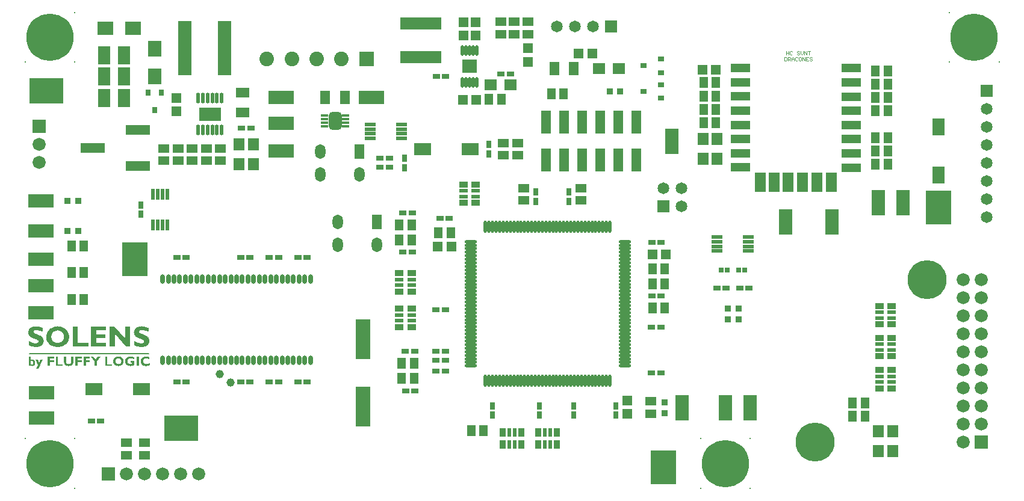
<source format=gts>
G04 Layer_Color=8388736*
%FSLAX25Y25*%
%MOIN*%
G70*
G01*
G75*
%ADD60C,0.00800*%
%ADD94C,0.00400*%
%ADD95R,0.06112X0.04931*%
%ADD96R,0.04931X0.06112*%
%ADD97R,0.04931X0.03356*%
%ADD98R,0.04931X0.02372*%
%ADD99O,0.02293X0.05915*%
%ADD100R,0.12214X0.07529*%
%ADD101R,0.02962X0.03750*%
%ADD102R,0.03750X0.02962*%
%ADD103R,0.07687X0.09065*%
%ADD104R,0.09065X0.07687*%
%ADD105O,0.07096X0.01761*%
%ADD106O,0.01761X0.07096*%
%ADD107R,0.08002X0.07214*%
%ADD108O,0.01742X0.05915*%
%ADD109O,0.02765X0.05324*%
%ADD110R,0.06112X0.02293*%
%ADD111R,0.02293X0.06112*%
%ADD112R,0.05600X0.12600*%
%ADD113R,0.03356X0.04931*%
%ADD114R,0.02372X0.04931*%
%ADD115R,0.07650X0.30100*%
%ADD116R,0.23000X0.06900*%
%ADD117R,0.13592X0.05285*%
%ADD118R,0.07687X0.13986*%
%ADD119R,0.13986X0.07687*%
%ADD120R,0.19104X0.13986*%
%ADD121R,0.13986X0.19104*%
%ADD122R,0.07490X0.05521*%
%ADD123R,0.05521X0.07490*%
%ADD124R,0.02962X0.02765*%
%ADD125R,0.03750X0.03750*%
%ADD126R,0.03750X0.03750*%
%ADD127R,0.06506X0.10049*%
%ADD128R,0.06112X0.06506*%
%ADD129R,0.06506X0.06112*%
%ADD130R,0.05324X0.05324*%
%ADD131R,0.05324X0.05324*%
%ADD132R,0.04143X0.03159*%
%ADD133R,0.03159X0.04143*%
%ADD134C,0.04537*%
%ADD135R,0.10600X0.05100*%
%ADD136R,0.06100X0.10600*%
%ADD137R,0.09655X0.06506*%
%ADD138R,0.06506X0.09655*%
%ADD139R,0.05718X0.08080*%
%ADD140O,0.05718X0.08080*%
%ADD141R,0.04143X0.01584*%
G04:AMPARAMS|DCode=142|XSize=99.7mil|YSize=70.96mil|CornerRadius=19.24mil|HoleSize=0mil|Usage=FLASHONLY|Rotation=270.000|XOffset=0mil|YOffset=0mil|HoleType=Round|Shape=RoundedRectangle|*
%AMROUNDEDRECTD142*
21,1,0.09970,0.03248,0,0,270.0*
21,1,0.06122,0.07096,0,0,270.0*
1,1,0.03848,-0.01624,-0.03061*
1,1,0.03848,-0.01624,0.03061*
1,1,0.03848,0.01624,0.03061*
1,1,0.03848,0.01624,-0.03061*
%
%ADD142ROUNDEDRECTD142*%
%ADD143R,0.08474X0.22253*%
%ADD144C,0.26191*%
%ADD145C,0.07200*%
%ADD146R,0.07200X0.07200*%
%ADD147R,0.07200X0.07200*%
%ADD148R,0.06506X0.06506*%
%ADD149C,0.06506*%
%ADD150R,0.06506X0.06506*%
%ADD151C,0.08080*%
%ADD152R,0.08080X0.08080*%
%ADD153C,0.21600*%
%ADD154C,0.00724*%
G36*
X70772Y95759D02*
X70931D01*
X71124Y95724D01*
X71353Y95706D01*
X71599Y95671D01*
X71863Y95618D01*
X72162Y95566D01*
X72479Y95495D01*
X72795Y95407D01*
X73147Y95319D01*
X73499Y95196D01*
X73868Y95073D01*
X74238Y94915D01*
Y92751D01*
X74220Y92769D01*
X74132Y92787D01*
X74027Y92839D01*
X73868Y92910D01*
X73675Y92980D01*
X73464Y93068D01*
X73217Y93156D01*
X72954Y93244D01*
X72391Y93420D01*
X71810Y93578D01*
X71230Y93701D01*
X70948Y93719D01*
X70702Y93736D01*
X70579D01*
X70438Y93719D01*
X70262Y93701D01*
X70086Y93666D01*
X69875Y93631D01*
X69682Y93560D01*
X69506Y93472D01*
X69488Y93455D01*
X69436Y93420D01*
X69365Y93367D01*
X69295Y93297D01*
X69207Y93209D01*
X69137Y93085D01*
X69084Y92962D01*
X69066Y92804D01*
Y92787D01*
Y92751D01*
X69084Y92681D01*
X69101Y92593D01*
X69137Y92505D01*
X69207Y92400D01*
X69277Y92276D01*
X69383Y92171D01*
X69401Y92153D01*
X69453Y92118D01*
X69541Y92065D01*
X69700Y91977D01*
X69893Y91872D01*
X70034Y91801D01*
X70174Y91749D01*
X70333Y91678D01*
X70509Y91590D01*
X70720Y91520D01*
X70931Y91432D01*
X70948D01*
X70984Y91414D01*
X71054Y91379D01*
X71142Y91362D01*
X71247Y91309D01*
X71371Y91274D01*
X71652Y91151D01*
X71969Y91027D01*
X72303Y90887D01*
X72619Y90728D01*
X72918Y90588D01*
X72954Y90570D01*
X73042Y90517D01*
X73182Y90429D01*
X73358Y90306D01*
X73552Y90148D01*
X73780Y89955D01*
X73991Y89743D01*
X74203Y89480D01*
X74220Y89444D01*
X74291Y89356D01*
X74378Y89198D01*
X74484Y88987D01*
X74572Y88741D01*
X74660Y88424D01*
X74730Y88072D01*
X74748Y87685D01*
Y87668D01*
Y87615D01*
Y87527D01*
X74730Y87422D01*
X74713Y87298D01*
X74677Y87140D01*
X74607Y86788D01*
X74449Y86384D01*
X74361Y86190D01*
X74238Y85979D01*
X74115Y85768D01*
X73939Y85575D01*
X73763Y85381D01*
X73552Y85205D01*
X73534Y85188D01*
X73499Y85170D01*
X73429Y85117D01*
X73341Y85065D01*
X73217Y84994D01*
X73077Y84924D01*
X72918Y84836D01*
X72725Y84748D01*
X72514Y84660D01*
X72285Y84572D01*
X72021Y84502D01*
X71758Y84431D01*
X71459Y84378D01*
X71142Y84326D01*
X70808Y84308D01*
X70456Y84290D01*
X70245D01*
X70104Y84308D01*
X69911Y84326D01*
X69700Y84343D01*
X69436Y84378D01*
X69172Y84431D01*
X68873Y84484D01*
X68556Y84554D01*
X68222Y84642D01*
X67870Y84748D01*
X67518Y84871D01*
X67149Y85012D01*
X66797Y85170D01*
X66428Y85364D01*
Y87756D01*
X66445D01*
X66480Y87721D01*
X66533Y87685D01*
X66621Y87633D01*
X66709Y87562D01*
X66832Y87492D01*
X67096Y87334D01*
X67395Y87158D01*
X67729Y86982D01*
X68064Y86806D01*
X68398Y86665D01*
X68415D01*
X68433Y86648D01*
X68486Y86630D01*
X68556Y86612D01*
X68714Y86560D01*
X68943Y86507D01*
X69225Y86436D01*
X69541Y86384D01*
X69875Y86349D01*
X70227Y86331D01*
X70385D01*
X70491Y86349D01*
X70614Y86366D01*
X70755Y86384D01*
X71054Y86454D01*
X71353Y86577D01*
X71494Y86665D01*
X71617Y86771D01*
X71722Y86894D01*
X71810Y87035D01*
X71863Y87193D01*
X71881Y87369D01*
Y87386D01*
Y87422D01*
X71863Y87492D01*
X71846Y87580D01*
X71793Y87685D01*
X71740Y87791D01*
X71652Y87914D01*
X71546Y88020D01*
X71529Y88037D01*
X71476Y88072D01*
X71371Y88143D01*
X71230Y88231D01*
X71019Y88354D01*
X70878Y88407D01*
X70737Y88477D01*
X70579Y88547D01*
X70385Y88635D01*
X70192Y88706D01*
X69963Y88794D01*
X69946D01*
X69911Y88811D01*
X69840Y88846D01*
X69752Y88864D01*
X69647Y88917D01*
X69524Y88952D01*
X69242Y89075D01*
X68925Y89198D01*
X68591Y89339D01*
X68275Y89497D01*
X67976Y89638D01*
X67940Y89656D01*
X67852Y89708D01*
X67712Y89796D01*
X67554Y89919D01*
X67360Y90078D01*
X67149Y90254D01*
X66938Y90482D01*
X66727Y90728D01*
X66709Y90764D01*
X66639Y90852D01*
X66568Y91010D01*
X66463Y91221D01*
X66375Y91485D01*
X66287Y91801D01*
X66217Y92153D01*
X66199Y92558D01*
Y92575D01*
Y92628D01*
Y92699D01*
X66217Y92804D01*
X66234Y92927D01*
X66252Y93068D01*
X66340Y93385D01*
X66480Y93754D01*
X66568Y93947D01*
X66674Y94141D01*
X66815Y94334D01*
X66973Y94528D01*
X67149Y94704D01*
X67342Y94880D01*
X67360Y94897D01*
X67395Y94915D01*
X67466Y94968D01*
X67554Y95020D01*
X67677Y95091D01*
X67817Y95161D01*
X67976Y95249D01*
X68169Y95337D01*
X68380Y95407D01*
X68609Y95495D01*
X68873Y95566D01*
X69154Y95636D01*
X69436Y95689D01*
X69770Y95742D01*
X70104Y95759D01*
X70456Y95777D01*
X70632D01*
X70772Y95759D01*
D02*
G37*
G36*
X12251D02*
X12409D01*
X12602Y95724D01*
X12831Y95706D01*
X13077Y95671D01*
X13341Y95618D01*
X13640Y95566D01*
X13957Y95495D01*
X14273Y95407D01*
X14625Y95319D01*
X14977Y95196D01*
X15346Y95073D01*
X15716Y94915D01*
Y92751D01*
X15698Y92769D01*
X15610Y92787D01*
X15505Y92839D01*
X15346Y92910D01*
X15153Y92980D01*
X14942Y93068D01*
X14696Y93156D01*
X14432Y93244D01*
X13869Y93420D01*
X13288Y93578D01*
X12708Y93701D01*
X12426Y93719D01*
X12180Y93736D01*
X12057D01*
X11916Y93719D01*
X11740Y93701D01*
X11564Y93666D01*
X11354Y93631D01*
X11160Y93560D01*
X10984Y93472D01*
X10966Y93455D01*
X10914Y93420D01*
X10843Y93367D01*
X10773Y93297D01*
X10685Y93209D01*
X10615Y93085D01*
X10562Y92962D01*
X10544Y92804D01*
Y92787D01*
Y92751D01*
X10562Y92681D01*
X10580Y92593D01*
X10615Y92505D01*
X10685Y92400D01*
X10755Y92276D01*
X10861Y92171D01*
X10879Y92153D01*
X10931Y92118D01*
X11019Y92065D01*
X11178Y91977D01*
X11371Y91872D01*
X11512Y91801D01*
X11653Y91749D01*
X11811Y91678D01*
X11987Y91590D01*
X12198Y91520D01*
X12409Y91432D01*
X12426D01*
X12462Y91414D01*
X12532Y91379D01*
X12620Y91362D01*
X12725Y91309D01*
X12849Y91274D01*
X13130Y91151D01*
X13447Y91027D01*
X13781Y90887D01*
X14097Y90728D01*
X14397Y90588D01*
X14432Y90570D01*
X14520Y90517D01*
X14660Y90429D01*
X14836Y90306D01*
X15030Y90148D01*
X15258Y89955D01*
X15470Y89743D01*
X15681Y89480D01*
X15698Y89444D01*
X15768Y89356D01*
X15856Y89198D01*
X15962Y88987D01*
X16050Y88741D01*
X16138Y88424D01*
X16208Y88072D01*
X16226Y87685D01*
Y87668D01*
Y87615D01*
Y87527D01*
X16208Y87422D01*
X16191Y87298D01*
X16156Y87140D01*
X16085Y86788D01*
X15927Y86384D01*
X15839Y86190D01*
X15716Y85979D01*
X15593Y85768D01*
X15417Y85575D01*
X15241Y85381D01*
X15030Y85205D01*
X15012Y85188D01*
X14977Y85170D01*
X14907Y85117D01*
X14819Y85065D01*
X14696Y84994D01*
X14555Y84924D01*
X14397Y84836D01*
X14203Y84748D01*
X13992Y84660D01*
X13763Y84572D01*
X13499Y84502D01*
X13236Y84431D01*
X12937Y84378D01*
X12620Y84326D01*
X12286Y84308D01*
X11934Y84290D01*
X11723D01*
X11582Y84308D01*
X11389Y84326D01*
X11178Y84343D01*
X10914Y84378D01*
X10650Y84431D01*
X10351Y84484D01*
X10034Y84554D01*
X9700Y84642D01*
X9348Y84748D01*
X8996Y84871D01*
X8627Y85012D01*
X8275Y85170D01*
X7906Y85364D01*
Y87756D01*
X7923D01*
X7959Y87721D01*
X8011Y87685D01*
X8099Y87633D01*
X8187Y87562D01*
X8310Y87492D01*
X8574Y87334D01*
X8873Y87158D01*
X9207Y86982D01*
X9542Y86806D01*
X9876Y86665D01*
X9894D01*
X9911Y86648D01*
X9964Y86630D01*
X10034Y86612D01*
X10193Y86560D01*
X10421Y86507D01*
X10703Y86436D01*
X11019Y86384D01*
X11354Y86349D01*
X11705Y86331D01*
X11864D01*
X11969Y86349D01*
X12092Y86366D01*
X12233Y86384D01*
X12532Y86454D01*
X12831Y86577D01*
X12972Y86665D01*
X13095Y86771D01*
X13200Y86894D01*
X13288Y87035D01*
X13341Y87193D01*
X13359Y87369D01*
Y87386D01*
Y87422D01*
X13341Y87492D01*
X13323Y87580D01*
X13271Y87685D01*
X13218Y87791D01*
X13130Y87914D01*
X13025Y88020D01*
X13007Y88037D01*
X12954Y88072D01*
X12849Y88143D01*
X12708Y88231D01*
X12497Y88354D01*
X12356Y88407D01*
X12215Y88477D01*
X12057Y88547D01*
X11864Y88635D01*
X11670Y88706D01*
X11441Y88794D01*
X11424D01*
X11389Y88811D01*
X11318Y88846D01*
X11230Y88864D01*
X11125Y88917D01*
X11002Y88952D01*
X10720Y89075D01*
X10404Y89198D01*
X10069Y89339D01*
X9753Y89497D01*
X9454Y89638D01*
X9419Y89656D01*
X9331Y89708D01*
X9190Y89796D01*
X9032Y89919D01*
X8838Y90078D01*
X8627Y90254D01*
X8416Y90482D01*
X8205Y90728D01*
X8187Y90764D01*
X8117Y90852D01*
X8046Y91010D01*
X7941Y91221D01*
X7853Y91485D01*
X7765Y91801D01*
X7695Y92153D01*
X7677Y92558D01*
Y92575D01*
Y92628D01*
Y92699D01*
X7695Y92804D01*
X7712Y92927D01*
X7730Y93068D01*
X7818Y93385D01*
X7959Y93754D01*
X8046Y93947D01*
X8152Y94141D01*
X8293Y94334D01*
X8451Y94528D01*
X8627Y94704D01*
X8821Y94880D01*
X8838Y94897D01*
X8873Y94915D01*
X8944Y94968D01*
X9032Y95020D01*
X9155Y95091D01*
X9295Y95161D01*
X9454Y95249D01*
X9647Y95337D01*
X9858Y95407D01*
X10087Y95495D01*
X10351Y95566D01*
X10632Y95636D01*
X10914Y95689D01*
X11248Y95742D01*
X11582Y95759D01*
X11934Y95777D01*
X12110D01*
X12251Y95759D01*
D02*
G37*
G36*
X64159Y84449D02*
X61819D01*
X55645Y91590D01*
Y84449D01*
X52866D01*
Y95618D01*
X55399D01*
X61379Y88776D01*
Y95618D01*
X64159D01*
Y84449D01*
D02*
G37*
G36*
X50597Y93578D02*
X45249D01*
Y91221D01*
X50350D01*
Y89180D01*
X45249D01*
Y86489D01*
X50702D01*
Y84449D01*
X42470D01*
Y95618D01*
X50597D01*
Y93578D01*
D02*
G37*
G36*
X35170Y86489D02*
X40905D01*
Y84449D01*
X32391D01*
Y95618D01*
X35170D01*
Y86489D01*
D02*
G37*
G36*
X24229Y95759D02*
X24423Y95742D01*
X24669Y95724D01*
X24950Y95689D01*
X25267Y95636D01*
X25601Y95566D01*
X25971Y95460D01*
X26340Y95355D01*
X26727Y95214D01*
X27114Y95038D01*
X27501Y94845D01*
X27871Y94616D01*
X28240Y94334D01*
X28574Y94035D01*
X28592Y94018D01*
X28644Y93965D01*
X28732Y93859D01*
X28855Y93736D01*
X28979Y93560D01*
X29137Y93367D01*
X29295Y93138D01*
X29471Y92892D01*
X29629Y92611D01*
X29788Y92294D01*
X29946Y91977D01*
X30069Y91625D01*
X30192Y91239D01*
X30280Y90852D01*
X30333Y90447D01*
X30351Y90025D01*
Y90007D01*
Y89919D01*
X30333Y89796D01*
X30316Y89638D01*
X30298Y89427D01*
X30263Y89198D01*
X30192Y88934D01*
X30122Y88653D01*
X30034Y88336D01*
X29911Y88020D01*
X29770Y87685D01*
X29594Y87351D01*
X29383Y86999D01*
X29155Y86665D01*
X28873Y86331D01*
X28556Y85997D01*
X28539Y85979D01*
X28468Y85926D01*
X28381Y85838D01*
X28240Y85733D01*
X28046Y85610D01*
X27835Y85452D01*
X27589Y85311D01*
X27308Y85152D01*
X26991Y84977D01*
X26639Y84836D01*
X26270Y84695D01*
X25848Y84554D01*
X25425Y84449D01*
X24950Y84361D01*
X24458Y84308D01*
X23948Y84290D01*
X23825D01*
X23684Y84308D01*
X23473Y84326D01*
X23244Y84343D01*
X22963Y84378D01*
X22646Y84431D01*
X22312Y84502D01*
X21960Y84589D01*
X21573Y84695D01*
X21204Y84836D01*
X20817Y85012D01*
X20430Y85205D01*
X20043Y85416D01*
X19691Y85680D01*
X19339Y85979D01*
X19322Y85997D01*
X19269Y86049D01*
X19181Y86155D01*
X19058Y86278D01*
X18935Y86454D01*
X18776Y86648D01*
X18618Y86876D01*
X18460Y87122D01*
X18284Y87404D01*
X18126Y87721D01*
X17967Y88055D01*
X17844Y88407D01*
X17721Y88776D01*
X17633Y89180D01*
X17580Y89603D01*
X17563Y90025D01*
Y90060D01*
Y90130D01*
X17580Y90254D01*
X17598Y90412D01*
X17616Y90605D01*
X17651Y90852D01*
X17704Y91115D01*
X17791Y91397D01*
X17879Y91696D01*
X17985Y92030D01*
X18143Y92347D01*
X18302Y92699D01*
X18513Y93050D01*
X18741Y93385D01*
X19005Y93719D01*
X19322Y94053D01*
X19339Y94071D01*
X19410Y94123D01*
X19498Y94211D01*
X19638Y94317D01*
X19814Y94458D01*
X20043Y94598D01*
X20289Y94757D01*
X20571Y94915D01*
X20887Y95073D01*
X21239Y95231D01*
X21608Y95372D01*
X22031Y95513D01*
X22470Y95618D01*
X22928Y95706D01*
X23420Y95759D01*
X23948Y95777D01*
X24071D01*
X24229Y95759D01*
D02*
G37*
G36*
X64536Y79021D02*
X64634Y79013D01*
X64747Y79005D01*
X64876Y78996D01*
X65022Y78972D01*
X65175Y78956D01*
X65337Y78924D01*
X65677Y78851D01*
X65855Y78802D01*
X66025Y78746D01*
X66203Y78673D01*
X66373Y78600D01*
Y77484D01*
X66365Y77492D01*
X66332Y77508D01*
X66276Y77524D01*
X66203Y77557D01*
X66114Y77597D01*
X66009Y77637D01*
X65895Y77678D01*
X65766Y77726D01*
X65620Y77767D01*
X65467Y77807D01*
X65143Y77888D01*
X64973Y77921D01*
X64803Y77937D01*
X64625Y77953D01*
X64447Y77961D01*
X64358D01*
X64302Y77953D01*
X64221Y77945D01*
X64132Y77937D01*
X64035Y77921D01*
X63938Y77904D01*
X63711Y77848D01*
X63598Y77815D01*
X63477Y77767D01*
X63363Y77710D01*
X63258Y77654D01*
X63153Y77581D01*
X63056Y77500D01*
X63048Y77492D01*
X63032Y77476D01*
X63007Y77451D01*
X62983Y77419D01*
X62943Y77370D01*
X62902Y77314D01*
X62862Y77257D01*
X62813Y77184D01*
X62765Y77103D01*
X62724Y77014D01*
X62643Y76812D01*
X62619Y76707D01*
X62595Y76586D01*
X62579Y76464D01*
X62571Y76335D01*
Y76327D01*
Y76302D01*
Y76270D01*
X62579Y76222D01*
X62587Y76165D01*
X62595Y76100D01*
X62635Y75947D01*
X62692Y75769D01*
X62732Y75680D01*
X62773Y75582D01*
X62829Y75494D01*
X62894Y75405D01*
X62967Y75315D01*
X63056Y75235D01*
X63064Y75227D01*
X63080Y75218D01*
X63104Y75194D01*
X63145Y75170D01*
X63193Y75138D01*
X63250Y75105D01*
X63323Y75065D01*
X63396Y75024D01*
X63485Y74984D01*
X63582Y74943D01*
X63687Y74911D01*
X63800Y74879D01*
X63930Y74854D01*
X64059Y74830D01*
X64197Y74822D01*
X64342Y74814D01*
X64415D01*
X64496Y74822D01*
X64609Y74838D01*
X64739Y74854D01*
X64876Y74887D01*
X65030Y74935D01*
X65192Y74992D01*
Y75599D01*
X64455D01*
Y76537D01*
X66478D01*
Y74434D01*
X66462Y74418D01*
X66421Y74385D01*
X66348Y74329D01*
X66243Y74256D01*
X66114Y74175D01*
X65952Y74094D01*
X65766Y74013D01*
X65548Y73932D01*
X65539D01*
X65523Y73924D01*
X65483Y73916D01*
X65443Y73900D01*
X65386Y73892D01*
X65321Y73875D01*
X65240Y73859D01*
X65159Y73843D01*
X64973Y73803D01*
X64763Y73778D01*
X64536Y73754D01*
X64310Y73746D01*
X64253D01*
X64180Y73754D01*
X64091D01*
X63970Y73770D01*
X63841Y73786D01*
X63695Y73811D01*
X63533Y73835D01*
X63363Y73875D01*
X63185Y73924D01*
X63007Y73989D01*
X62821Y74054D01*
X62635Y74142D01*
X62449Y74240D01*
X62279Y74353D01*
X62109Y74482D01*
X62101Y74490D01*
X62069Y74515D01*
X62028Y74555D01*
X61972Y74620D01*
X61907Y74693D01*
X61834Y74782D01*
X61761Y74879D01*
X61681Y75000D01*
X61600Y75129D01*
X61527Y75275D01*
X61454Y75429D01*
X61389Y75599D01*
X61333Y75777D01*
X61292Y75963D01*
X61260Y76165D01*
X61252Y76375D01*
Y76392D01*
Y76424D01*
X61260Y76489D01*
X61268Y76569D01*
X61276Y76667D01*
X61300Y76788D01*
X61325Y76917D01*
X61357Y77055D01*
X61406Y77201D01*
X61462Y77354D01*
X61527Y77516D01*
X61616Y77678D01*
X61713Y77832D01*
X61826Y77993D01*
X61956Y78139D01*
X62109Y78285D01*
X62117Y78293D01*
X62150Y78317D01*
X62198Y78357D01*
X62263Y78398D01*
X62352Y78455D01*
X62457Y78519D01*
X62579Y78584D01*
X62716Y78657D01*
X62870Y78729D01*
X63032Y78794D01*
X63218Y78859D01*
X63420Y78916D01*
X63630Y78964D01*
X63857Y78996D01*
X64091Y79021D01*
X64342Y79029D01*
X64455D01*
X64536Y79021D01*
D02*
G37*
G36*
X73152D02*
X73241Y79013D01*
X73355Y79005D01*
X73476Y78988D01*
X73613Y78972D01*
X73759Y78948D01*
X73905Y78916D01*
X74220Y78835D01*
X74374Y78786D01*
X74536Y78729D01*
X74689Y78657D01*
X74835Y78576D01*
Y77435D01*
X74827Y77443D01*
X74795Y77459D01*
X74746Y77484D01*
X74673Y77516D01*
X74592Y77557D01*
X74495Y77605D01*
X74382Y77645D01*
X74261Y77702D01*
X74131Y77751D01*
X73994Y77791D01*
X73694Y77880D01*
X73532Y77912D01*
X73379Y77937D01*
X73217Y77953D01*
X73063Y77961D01*
X72982D01*
X72926Y77953D01*
X72853Y77945D01*
X72772Y77937D01*
X72683Y77921D01*
X72586Y77904D01*
X72376Y77856D01*
X72149Y77775D01*
X72036Y77726D01*
X71931Y77662D01*
X71817Y77597D01*
X71720Y77516D01*
X71712Y77508D01*
X71696Y77500D01*
X71672Y77468D01*
X71639Y77435D01*
X71599Y77395D01*
X71558Y77338D01*
X71510Y77281D01*
X71461Y77209D01*
X71364Y77047D01*
X71283Y76853D01*
X71251Y76748D01*
X71227Y76634D01*
X71211Y76513D01*
X71202Y76392D01*
Y76383D01*
Y76359D01*
Y76327D01*
X71211Y76278D01*
X71219Y76222D01*
X71227Y76149D01*
X71267Y75995D01*
X71324Y75809D01*
X71372Y75720D01*
X71421Y75623D01*
X71478Y75526D01*
X71542Y75437D01*
X71623Y75348D01*
X71712Y75259D01*
X71720Y75251D01*
X71737Y75243D01*
X71761Y75218D01*
X71801Y75186D01*
X71858Y75154D01*
X71914Y75121D01*
X71987Y75081D01*
X72068Y75041D01*
X72157Y74992D01*
X72254Y74951D01*
X72368Y74919D01*
X72481Y74887D01*
X72602Y74854D01*
X72740Y74830D01*
X72877Y74822D01*
X73023Y74814D01*
X73096D01*
X73168Y74822D01*
X73274Y74830D01*
X73387Y74838D01*
X73516Y74854D01*
X73654Y74879D01*
X73791Y74911D01*
X73799D01*
X73808Y74919D01*
X73832Y74927D01*
X73856Y74935D01*
X73896Y74943D01*
X73945Y74968D01*
X74002Y74984D01*
X74066Y75008D01*
X74139Y75041D01*
X74220Y75073D01*
X74309Y75113D01*
X74406Y75154D01*
X74519Y75202D01*
X74633Y75259D01*
X74762Y75315D01*
X74892Y75380D01*
Y74256D01*
X74884Y74248D01*
X74851Y74231D01*
X74795Y74207D01*
X74722Y74175D01*
X74633Y74134D01*
X74528Y74094D01*
X74406Y74045D01*
X74277Y74005D01*
X74131Y73956D01*
X73969Y73908D01*
X73808Y73867D01*
X73629Y73827D01*
X73444Y73795D01*
X73257Y73770D01*
X73063Y73754D01*
X72869Y73746D01*
X72812D01*
X72740Y73754D01*
X72643D01*
X72529Y73770D01*
X72392Y73786D01*
X72246Y73811D01*
X72084Y73843D01*
X71914Y73884D01*
X71737Y73932D01*
X71558Y73989D01*
X71372Y74062D01*
X71194Y74151D01*
X71017Y74248D01*
X70855Y74369D01*
X70693Y74498D01*
X70685Y74507D01*
X70661Y74531D01*
X70620Y74579D01*
X70563Y74636D01*
X70507Y74709D01*
X70434Y74798D01*
X70361Y74903D01*
X70288Y75016D01*
X70216Y75146D01*
X70143Y75291D01*
X70070Y75445D01*
X70013Y75607D01*
X69957Y75785D01*
X69916Y75971D01*
X69892Y76165D01*
X69884Y76367D01*
Y76383D01*
Y76416D01*
X69892Y76472D01*
X69900Y76553D01*
X69908Y76650D01*
X69932Y76756D01*
X69957Y76885D01*
X69989Y77022D01*
X70038Y77160D01*
X70094Y77314D01*
X70159Y77468D01*
X70240Y77629D01*
X70337Y77791D01*
X70450Y77945D01*
X70588Y78107D01*
X70733Y78252D01*
X70741Y78260D01*
X70774Y78285D01*
X70822Y78325D01*
X70887Y78374D01*
X70976Y78430D01*
X71081Y78495D01*
X71194Y78568D01*
X71332Y78641D01*
X71486Y78713D01*
X71656Y78786D01*
X71842Y78851D01*
X72036Y78908D01*
X72246Y78956D01*
X72473Y78996D01*
X72715Y79021D01*
X72966Y79029D01*
X73071D01*
X73152Y79021D01*
D02*
G37*
G36*
X45541Y76189D02*
Y73819D01*
X44263D01*
Y76197D01*
X42240Y78956D01*
X43786D01*
X44902Y77338D01*
X46018Y78956D01*
X47564D01*
X45541Y76189D01*
D02*
G37*
G36*
X13335Y72152D02*
X12178D01*
X13189Y74377D01*
X11838Y77289D01*
X13003D01*
X13731Y75510D01*
X14516Y77289D01*
X15657D01*
X13335Y72152D01*
D02*
G37*
G36*
X32613Y76036D02*
Y76019D01*
Y75987D01*
X32605Y75930D01*
Y75849D01*
X32589Y75752D01*
X32581Y75647D01*
X32557Y75526D01*
X32532Y75397D01*
X32492Y75259D01*
X32451Y75121D01*
X32395Y74976D01*
X32330Y74838D01*
X32257Y74693D01*
X32160Y74563D01*
X32063Y74434D01*
X31942Y74321D01*
X31934Y74312D01*
X31909Y74296D01*
X31869Y74264D01*
X31820Y74231D01*
X31748Y74191D01*
X31667Y74142D01*
X31570Y74086D01*
X31456Y74037D01*
X31327Y73981D01*
X31189Y73924D01*
X31028Y73875D01*
X30858Y73835D01*
X30680Y73803D01*
X30477Y73770D01*
X30267Y73754D01*
X30041Y73746D01*
X29984D01*
X29927Y73754D01*
X29838D01*
X29733Y73762D01*
X29620Y73778D01*
X29491Y73795D01*
X29345Y73819D01*
X29199Y73851D01*
X29046Y73892D01*
X28884Y73932D01*
X28730Y73989D01*
X28568Y74062D01*
X28423Y74134D01*
X28277Y74223D01*
X28148Y74329D01*
X28139Y74337D01*
X28115Y74353D01*
X28083Y74393D01*
X28042Y74442D01*
X27994Y74498D01*
X27937Y74571D01*
X27872Y74660D01*
X27816Y74765D01*
X27751Y74879D01*
X27686Y75000D01*
X27630Y75146D01*
X27581Y75291D01*
X27541Y75461D01*
X27508Y75639D01*
X27484Y75825D01*
X27476Y76028D01*
Y78956D01*
X28762D01*
Y75995D01*
Y75987D01*
Y75971D01*
Y75947D01*
X28771Y75906D01*
Y75866D01*
X28779Y75809D01*
X28803Y75688D01*
X28851Y75550D01*
X28908Y75405D01*
X28997Y75267D01*
X29046Y75202D01*
X29110Y75138D01*
X29118D01*
X29126Y75121D01*
X29175Y75089D01*
X29248Y75032D01*
X29353Y74976D01*
X29491Y74919D01*
X29644Y74862D01*
X29830Y74830D01*
X30033Y74814D01*
X30089D01*
X30130Y74822D01*
X30178D01*
X30235Y74830D01*
X30372Y74854D01*
X30526Y74895D01*
X30680Y74951D01*
X30833Y75032D01*
X30979Y75138D01*
X30987Y75146D01*
X30995Y75154D01*
X31036Y75202D01*
X31092Y75275D01*
X31157Y75380D01*
X31222Y75518D01*
X31278Y75680D01*
X31319Y75866D01*
X31335Y75971D01*
Y76084D01*
Y78956D01*
X32613D01*
Y76036D01*
D02*
G37*
G36*
X68913Y73819D02*
X67635D01*
Y78956D01*
X68913D01*
Y73819D01*
D02*
G37*
G36*
X51528Y74757D02*
X54165D01*
Y73819D01*
X50249D01*
Y78956D01*
X51528D01*
Y74757D01*
D02*
G37*
G36*
X41812Y78018D02*
X39555D01*
Y76869D01*
X41812D01*
Y75930D01*
X39555D01*
Y73819D01*
X38276D01*
Y78956D01*
X41812D01*
Y78018D01*
D02*
G37*
G36*
X37265D02*
X35008D01*
Y76869D01*
X37265D01*
Y75930D01*
X35008D01*
Y73819D01*
X33730D01*
Y78956D01*
X37265D01*
Y78018D01*
D02*
G37*
G36*
X24175Y74757D02*
X26813D01*
Y73819D01*
X22897D01*
Y78956D01*
X24175D01*
Y74757D01*
D02*
G37*
G36*
X21886Y78018D02*
X19629D01*
Y76869D01*
X21886D01*
Y75930D01*
X19629D01*
Y73819D01*
X18351D01*
Y78956D01*
X21886D01*
Y78018D01*
D02*
G37*
G36*
X57725Y79021D02*
X57814Y79013D01*
X57927Y79005D01*
X58056Y78988D01*
X58202Y78964D01*
X58356Y78932D01*
X58526Y78883D01*
X58695Y78835D01*
X58873Y78770D01*
X59051Y78689D01*
X59229Y78600D01*
X59399Y78495D01*
X59569Y78365D01*
X59723Y78228D01*
X59731Y78220D01*
X59755Y78196D01*
X59796Y78147D01*
X59852Y78090D01*
X59909Y78009D01*
X59982Y77921D01*
X60054Y77815D01*
X60135Y77702D01*
X60208Y77573D01*
X60281Y77427D01*
X60354Y77281D01*
X60410Y77120D01*
X60467Y76942D01*
X60508Y76764D01*
X60532Y76578D01*
X60540Y76383D01*
Y76375D01*
Y76335D01*
X60532Y76278D01*
X60524Y76205D01*
X60516Y76108D01*
X60500Y76003D01*
X60467Y75882D01*
X60435Y75752D01*
X60394Y75607D01*
X60338Y75461D01*
X60273Y75308D01*
X60192Y75154D01*
X60095Y74992D01*
X59990Y74838D01*
X59860Y74685D01*
X59715Y74531D01*
X59707Y74523D01*
X59674Y74498D01*
X59634Y74458D01*
X59569Y74410D01*
X59480Y74353D01*
X59383Y74280D01*
X59270Y74215D01*
X59140Y74142D01*
X58995Y74062D01*
X58833Y73997D01*
X58663Y73932D01*
X58469Y73867D01*
X58275Y73819D01*
X58056Y73778D01*
X57830Y73754D01*
X57595Y73746D01*
X57538D01*
X57474Y73754D01*
X57377Y73762D01*
X57272Y73770D01*
X57142Y73786D01*
X56997Y73811D01*
X56843Y73843D01*
X56681Y73884D01*
X56503Y73932D01*
X56333Y73997D01*
X56155Y74078D01*
X55977Y74167D01*
X55799Y74264D01*
X55637Y74385D01*
X55476Y74523D01*
X55467Y74531D01*
X55443Y74555D01*
X55403Y74604D01*
X55346Y74660D01*
X55290Y74741D01*
X55217Y74830D01*
X55144Y74935D01*
X55071Y75049D01*
X54990Y75178D01*
X54917Y75324D01*
X54845Y75477D01*
X54788Y75639D01*
X54731Y75809D01*
X54691Y75995D01*
X54667Y76189D01*
X54659Y76383D01*
Y76400D01*
Y76432D01*
X54667Y76489D01*
X54675Y76561D01*
X54683Y76650D01*
X54699Y76764D01*
X54723Y76885D01*
X54764Y77014D01*
X54804Y77152D01*
X54853Y77306D01*
X54926Y77451D01*
X54998Y77613D01*
X55095Y77775D01*
X55200Y77929D01*
X55322Y78082D01*
X55467Y78236D01*
X55476Y78244D01*
X55508Y78268D01*
X55548Y78309D01*
X55613Y78357D01*
X55694Y78422D01*
X55799Y78487D01*
X55912Y78560D01*
X56042Y78632D01*
X56187Y78705D01*
X56349Y78778D01*
X56519Y78843D01*
X56713Y78908D01*
X56916Y78956D01*
X57126Y78996D01*
X57353Y79021D01*
X57595Y79029D01*
X57652D01*
X57725Y79021D01*
D02*
G37*
G36*
X8966Y77095D02*
X8974D01*
X8982Y77103D01*
X9007Y77120D01*
X9039Y77136D01*
X9128Y77176D01*
X9241Y77233D01*
X9371Y77281D01*
X9524Y77322D01*
X9686Y77354D01*
X9856Y77362D01*
X9929D01*
X9977Y77354D01*
X10042Y77346D01*
X10115Y77338D01*
X10196Y77322D01*
X10285Y77298D01*
X10479Y77241D01*
X10584Y77201D01*
X10681Y77152D01*
X10786Y77095D01*
X10883Y77022D01*
X10981Y76950D01*
X11070Y76861D01*
X11078Y76853D01*
X11094Y76837D01*
X11110Y76812D01*
X11142Y76772D01*
X11183Y76723D01*
X11223Y76658D01*
X11264Y76594D01*
X11312Y76513D01*
X11353Y76424D01*
X11393Y76319D01*
X11434Y76214D01*
X11474Y76100D01*
X11506Y75979D01*
X11523Y75841D01*
X11539Y75704D01*
X11547Y75558D01*
Y75550D01*
Y75526D01*
Y75477D01*
X11539Y75429D01*
X11531Y75356D01*
X11523Y75275D01*
X11506Y75186D01*
X11490Y75097D01*
X11434Y74887D01*
X11353Y74668D01*
X11304Y74555D01*
X11248Y74450D01*
X11175Y74345D01*
X11094Y74248D01*
X11086Y74240D01*
X11070Y74223D01*
X11045Y74199D01*
X11013Y74167D01*
X10964Y74134D01*
X10916Y74086D01*
X10851Y74045D01*
X10778Y73997D01*
X10697Y73948D01*
X10608Y73908D01*
X10414Y73827D01*
X10301Y73795D01*
X10180Y73770D01*
X10058Y73754D01*
X9929Y73746D01*
X9880D01*
X9840Y73754D01*
X9799D01*
X9743Y73762D01*
X9622Y73786D01*
X9468Y73827D01*
X9306Y73884D01*
X9136Y73965D01*
X8966Y74078D01*
Y73819D01*
X7874D01*
Y78956D01*
X8966D01*
Y77095D01*
D02*
G37*
%LPC*%
G36*
X23948Y93455D02*
X23790D01*
X23684Y93437D01*
X23543Y93420D01*
X23403Y93402D01*
X23227Y93385D01*
X23033Y93332D01*
X22629Y93226D01*
X22207Y93050D01*
X21995Y92945D01*
X21784Y92822D01*
X21591Y92681D01*
X21397Y92505D01*
X21380Y92488D01*
X21362Y92470D01*
X21309Y92417D01*
X21239Y92329D01*
X21169Y92241D01*
X21098Y92136D01*
X21010Y91995D01*
X20922Y91854D01*
X20817Y91678D01*
X20729Y91485D01*
X20588Y91063D01*
X20465Y90570D01*
X20448Y90306D01*
X20430Y90025D01*
Y90007D01*
Y89955D01*
Y89884D01*
X20448Y89779D01*
X20465Y89638D01*
X20483Y89497D01*
X20553Y89145D01*
X20659Y88741D01*
X20834Y88336D01*
X20958Y88125D01*
X21081Y87932D01*
X21221Y87738D01*
X21397Y87545D01*
X21415Y87527D01*
X21450Y87510D01*
X21503Y87457D01*
X21573Y87404D01*
X21679Y87334D01*
X21784Y87246D01*
X21925Y87158D01*
X22083Y87087D01*
X22259Y86999D01*
X22453Y86911D01*
X22875Y86753D01*
X23385Y86648D01*
X23666Y86630D01*
X23948Y86612D01*
X24106D01*
X24212Y86630D01*
X24352Y86648D01*
X24493Y86665D01*
X24669Y86683D01*
X24863Y86735D01*
X25267Y86841D01*
X25689Y86999D01*
X25900Y87105D01*
X26112Y87246D01*
X26305Y87386D01*
X26498Y87545D01*
X26516Y87562D01*
X26534Y87597D01*
X26586Y87650D01*
X26657Y87721D01*
X26727Y87809D01*
X26815Y87932D01*
X26903Y88055D01*
X26991Y88213D01*
X27079Y88389D01*
X27167Y88565D01*
X27325Y88987D01*
X27448Y89480D01*
X27466Y89743D01*
X27483Y90025D01*
Y90042D01*
Y90095D01*
Y90183D01*
X27466Y90289D01*
X27448Y90412D01*
X27431Y90570D01*
X27360Y90922D01*
X27237Y91309D01*
X27061Y91731D01*
X26956Y91925D01*
X26833Y92136D01*
X26674Y92329D01*
X26498Y92505D01*
X26481Y92523D01*
X26446Y92540D01*
X26393Y92593D01*
X26323Y92646D01*
X26235Y92734D01*
X26112Y92804D01*
X25971Y92892D01*
X25812Y92980D01*
X25637Y93068D01*
X25443Y93156D01*
X25021Y93314D01*
X24511Y93420D01*
X24229Y93437D01*
X23948Y93455D01*
D02*
G37*
G36*
X57595Y77961D02*
X57522D01*
X57474Y77953D01*
X57409Y77945D01*
X57344Y77937D01*
X57263Y77929D01*
X57174Y77904D01*
X56988Y77856D01*
X56794Y77775D01*
X56697Y77726D01*
X56600Y77670D01*
X56511Y77605D01*
X56422Y77524D01*
X56414Y77516D01*
X56406Y77508D01*
X56382Y77484D01*
X56349Y77443D01*
X56317Y77403D01*
X56285Y77354D01*
X56244Y77289D01*
X56204Y77225D01*
X56155Y77144D01*
X56115Y77055D01*
X56050Y76861D01*
X55993Y76634D01*
X55985Y76513D01*
X55977Y76383D01*
Y76375D01*
Y76351D01*
Y76319D01*
X55985Y76270D01*
X55993Y76205D01*
X56001Y76141D01*
X56034Y75979D01*
X56082Y75793D01*
X56163Y75607D01*
X56220Y75510D01*
X56277Y75421D01*
X56341Y75332D01*
X56422Y75243D01*
X56430Y75235D01*
X56446Y75227D01*
X56471Y75202D01*
X56503Y75178D01*
X56551Y75146D01*
X56600Y75105D01*
X56665Y75065D01*
X56738Y75032D01*
X56818Y74992D01*
X56907Y74951D01*
X57102Y74879D01*
X57336Y74830D01*
X57466Y74822D01*
X57595Y74814D01*
X57668D01*
X57717Y74822D01*
X57781Y74830D01*
X57846Y74838D01*
X57927Y74846D01*
X58016Y74871D01*
X58202Y74919D01*
X58396Y74992D01*
X58493Y75041D01*
X58590Y75105D01*
X58679Y75170D01*
X58768Y75243D01*
X58776Y75251D01*
X58784Y75267D01*
X58809Y75291D01*
X58841Y75324D01*
X58873Y75364D01*
X58914Y75421D01*
X58954Y75477D01*
X58995Y75550D01*
X59035Y75631D01*
X59076Y75712D01*
X59148Y75906D01*
X59205Y76133D01*
X59213Y76254D01*
X59221Y76383D01*
Y76392D01*
Y76416D01*
Y76456D01*
X59213Y76505D01*
X59205Y76561D01*
X59197Y76634D01*
X59165Y76796D01*
X59108Y76974D01*
X59027Y77168D01*
X58978Y77257D01*
X58922Y77354D01*
X58849Y77443D01*
X58768Y77524D01*
X58760Y77532D01*
X58744Y77540D01*
X58720Y77565D01*
X58687Y77589D01*
X58647Y77629D01*
X58590Y77662D01*
X58526Y77702D01*
X58453Y77743D01*
X58372Y77783D01*
X58283Y77824D01*
X58089Y77896D01*
X57854Y77945D01*
X57725Y77953D01*
X57595Y77961D01*
D02*
G37*
G36*
X9589Y76634D02*
X9541D01*
X9476Y76618D01*
X9403Y76602D01*
X9306Y76569D01*
X9201Y76529D01*
X9087Y76464D01*
X8966Y76383D01*
Y74765D01*
X8982Y74749D01*
X9023Y74717D01*
X9087Y74676D01*
X9168Y74620D01*
X9266Y74563D01*
X9371Y74523D01*
X9484Y74490D01*
X9605Y74474D01*
X9622D01*
X9670Y74482D01*
X9743Y74490D01*
X9824Y74515D01*
X9921Y74547D01*
X10026Y74595D01*
X10123Y74668D01*
X10212Y74765D01*
X10220Y74782D01*
X10244Y74822D01*
X10285Y74887D01*
X10325Y74976D01*
X10366Y75089D01*
X10406Y75227D01*
X10430Y75388D01*
X10439Y75574D01*
Y75582D01*
Y75599D01*
Y75623D01*
Y75655D01*
X10430Y75744D01*
X10406Y75858D01*
X10382Y75987D01*
X10341Y76117D01*
X10285Y76238D01*
X10204Y76351D01*
X10196Y76367D01*
X10164Y76400D01*
X10107Y76440D01*
X10042Y76497D01*
X9953Y76545D01*
X9848Y76594D01*
X9727Y76626D01*
X9589Y76634D01*
D02*
G37*
%LPD*%
D60*
X8268Y80709D02*
X74410D01*
D94*
X427391Y248148D02*
Y246149D01*
Y247148D01*
X428723D01*
Y248148D01*
Y246149D01*
X430723Y247815D02*
X430390Y248148D01*
X429723D01*
X429390Y247815D01*
Y246482D01*
X429723Y246149D01*
X430390D01*
X430723Y246482D01*
X434722Y247815D02*
X434388Y248148D01*
X433722D01*
X433389Y247815D01*
Y247481D01*
X433722Y247148D01*
X434388D01*
X434722Y246815D01*
Y246482D01*
X434388Y246149D01*
X433722D01*
X433389Y246482D01*
X435388Y248148D02*
Y246815D01*
X436055Y246149D01*
X436721Y246815D01*
Y248148D01*
X437387Y246149D02*
Y248148D01*
X438720Y246149D01*
Y248148D01*
X439387D02*
X440720D01*
X440053D01*
Y246149D01*
X426391Y244789D02*
Y242789D01*
X427391D01*
X427724Y243123D01*
Y244456D01*
X427391Y244789D01*
X426391D01*
X428390Y242789D02*
Y244789D01*
X429390D01*
X429723Y244456D01*
Y243789D01*
X429390Y243456D01*
X428390D01*
X429057D02*
X429723Y242789D01*
X430390D02*
Y244122D01*
X431056Y244789D01*
X431722Y244122D01*
Y242789D01*
Y243789D01*
X430390D01*
X433722Y244456D02*
X433389Y244789D01*
X432722D01*
X432389Y244456D01*
Y243123D01*
X432722Y242789D01*
X433389D01*
X433722Y243123D01*
X435388Y244789D02*
X434722D01*
X434388Y244456D01*
Y243123D01*
X434722Y242789D01*
X435388D01*
X435721Y243123D01*
Y244456D01*
X435388Y244789D01*
X436388Y242789D02*
Y244789D01*
X437721Y242789D01*
Y244789D01*
X439720D02*
X438387D01*
Y242789D01*
X439720D01*
X438387Y243789D02*
X439053D01*
X441719Y244456D02*
X441386Y244789D01*
X440720D01*
X440386Y244456D01*
Y244122D01*
X440720Y243789D01*
X441386D01*
X441719Y243456D01*
Y243123D01*
X441386Y242789D01*
X440720D01*
X440386Y243123D01*
D95*
X278543Y190453D02*
D03*
Y197343D02*
D03*
X62205Y31102D02*
D03*
Y24213D02*
D03*
X72146Y31201D02*
D03*
Y24311D02*
D03*
X270669Y190453D02*
D03*
Y197343D02*
D03*
X313779Y172343D02*
D03*
Y165453D02*
D03*
X82677Y187500D02*
D03*
Y194390D02*
D03*
X90551Y187500D02*
D03*
Y194390D02*
D03*
X114173D02*
D03*
Y187500D02*
D03*
X98425D02*
D03*
Y194390D02*
D03*
X106299Y187500D02*
D03*
Y194390D02*
D03*
X352362Y47343D02*
D03*
Y54232D02*
D03*
X269291Y264469D02*
D03*
Y257579D02*
D03*
X276772Y264469D02*
D03*
Y257579D02*
D03*
X284252Y264469D02*
D03*
Y257579D02*
D03*
X281890Y172343D02*
D03*
Y165453D02*
D03*
D96*
X214469Y75394D02*
D03*
X221358D02*
D03*
X297244Y224508D02*
D03*
X304134D02*
D03*
X360138Y119291D02*
D03*
X353248D02*
D03*
X470965Y53307D02*
D03*
X464075D02*
D03*
X470965Y45827D02*
D03*
X464075D02*
D03*
X353248Y127559D02*
D03*
X360138D02*
D03*
X252953Y38091D02*
D03*
X259842D02*
D03*
X214469Y67028D02*
D03*
X221358D02*
D03*
X31594Y140157D02*
D03*
X38484D02*
D03*
X31594Y125591D02*
D03*
X38484D02*
D03*
X31594Y110630D02*
D03*
X38484D02*
D03*
X269587Y221654D02*
D03*
X262697D02*
D03*
X360138Y105905D02*
D03*
X353248D02*
D03*
X381594Y230804D02*
D03*
X388484D02*
D03*
X381594Y223420D02*
D03*
X388484D02*
D03*
X476870Y200383D02*
D03*
X483760D02*
D03*
X476870Y192913D02*
D03*
X483760D02*
D03*
X476870Y222537D02*
D03*
X483760D02*
D03*
X476870Y215152D02*
D03*
X483760D02*
D03*
X381594Y216036D02*
D03*
X388484D02*
D03*
X476870Y185529D02*
D03*
X483760D02*
D03*
Y229921D02*
D03*
X476870D02*
D03*
X381594Y208651D02*
D03*
X388484D02*
D03*
X483760Y237402D02*
D03*
X476870D02*
D03*
X241634Y147638D02*
D03*
X234744D02*
D03*
X212992Y143602D02*
D03*
X219882D02*
D03*
X212992Y151772D02*
D03*
X219882D02*
D03*
D97*
X478937Y71595D02*
D03*
Y61398D02*
D03*
X485630Y71595D02*
D03*
Y61398D02*
D03*
X478937Y89311D02*
D03*
Y79114D02*
D03*
X485630Y89311D02*
D03*
Y79114D02*
D03*
X478937Y107027D02*
D03*
Y96831D02*
D03*
X485630Y107027D02*
D03*
Y96831D02*
D03*
X248622Y174390D02*
D03*
Y164193D02*
D03*
X255315Y174390D02*
D03*
Y164193D02*
D03*
X213189Y125177D02*
D03*
Y114980D02*
D03*
X219882Y125177D02*
D03*
Y114980D02*
D03*
X213189Y105492D02*
D03*
Y95295D02*
D03*
X219882Y105492D02*
D03*
Y95295D02*
D03*
D98*
X478937Y68071D02*
D03*
Y64921D02*
D03*
X485630Y68071D02*
D03*
Y64921D02*
D03*
X478937Y85787D02*
D03*
Y82638D02*
D03*
X485630Y85787D02*
D03*
Y82638D02*
D03*
X478937Y103504D02*
D03*
Y100354D02*
D03*
X485630Y103504D02*
D03*
Y100354D02*
D03*
X248622Y170866D02*
D03*
Y167717D02*
D03*
X255315Y170866D02*
D03*
Y167717D02*
D03*
X213189Y121653D02*
D03*
Y118504D02*
D03*
X219882Y121653D02*
D03*
Y118504D02*
D03*
X213189Y101969D02*
D03*
Y98819D02*
D03*
X219882Y101969D02*
D03*
Y98819D02*
D03*
D99*
X101870Y204626D02*
D03*
X104429D02*
D03*
X106988D02*
D03*
X109547D02*
D03*
X112106D02*
D03*
X114665D02*
D03*
X101870Y222146D02*
D03*
X104429D02*
D03*
X106988D02*
D03*
X109547D02*
D03*
X112106D02*
D03*
X114665D02*
D03*
D100*
X108268Y213386D02*
D03*
D101*
X77756Y215551D02*
D03*
X74016Y225394D02*
D03*
X81496D02*
D03*
D102*
X348228Y240158D02*
D03*
X358071Y243898D02*
D03*
Y236417D02*
D03*
X348228Y225984D02*
D03*
X358071Y229724D02*
D03*
Y222244D02*
D03*
D103*
X77756Y234151D02*
D03*
Y249505D02*
D03*
D104*
X65748Y260827D02*
D03*
X50394D02*
D03*
D105*
X252658Y142717D02*
D03*
Y140748D02*
D03*
Y138779D02*
D03*
Y136811D02*
D03*
Y134843D02*
D03*
Y132874D02*
D03*
Y130905D02*
D03*
Y128937D02*
D03*
Y126969D02*
D03*
Y125000D02*
D03*
Y123031D02*
D03*
Y121063D02*
D03*
Y119095D02*
D03*
Y117126D02*
D03*
Y115157D02*
D03*
Y113189D02*
D03*
Y111221D02*
D03*
Y109252D02*
D03*
Y107283D02*
D03*
Y105315D02*
D03*
Y103347D02*
D03*
Y101378D02*
D03*
Y99410D02*
D03*
Y97441D02*
D03*
Y95472D02*
D03*
Y93504D02*
D03*
Y91535D02*
D03*
Y89567D02*
D03*
Y87598D02*
D03*
Y85630D02*
D03*
Y83661D02*
D03*
Y81693D02*
D03*
Y79724D02*
D03*
Y77756D02*
D03*
Y75787D02*
D03*
Y73819D02*
D03*
X337894D02*
D03*
Y75787D02*
D03*
Y77756D02*
D03*
Y79724D02*
D03*
Y81693D02*
D03*
Y83661D02*
D03*
Y85630D02*
D03*
Y87598D02*
D03*
Y89567D02*
D03*
Y91535D02*
D03*
Y93504D02*
D03*
Y95472D02*
D03*
Y97441D02*
D03*
Y99410D02*
D03*
Y101378D02*
D03*
Y103347D02*
D03*
Y105315D02*
D03*
Y107283D02*
D03*
Y109252D02*
D03*
Y111221D02*
D03*
Y113189D02*
D03*
Y115157D02*
D03*
Y117126D02*
D03*
Y119095D02*
D03*
Y121063D02*
D03*
Y123031D02*
D03*
Y125000D02*
D03*
Y126969D02*
D03*
Y128937D02*
D03*
Y130905D02*
D03*
Y132874D02*
D03*
Y134843D02*
D03*
Y136811D02*
D03*
Y138779D02*
D03*
Y140748D02*
D03*
Y142717D02*
D03*
D106*
X260827Y65650D02*
D03*
X262795D02*
D03*
X264764D02*
D03*
X266732D02*
D03*
X268701D02*
D03*
X270669D02*
D03*
X272638D02*
D03*
X274606D02*
D03*
X276575D02*
D03*
X278543D02*
D03*
X280512D02*
D03*
X282480D02*
D03*
X284449D02*
D03*
X286417D02*
D03*
X288386D02*
D03*
X290354D02*
D03*
X292323D02*
D03*
X294291D02*
D03*
X296260D02*
D03*
X298228D02*
D03*
X300197D02*
D03*
X302165D02*
D03*
X304134D02*
D03*
X306102D02*
D03*
X308071D02*
D03*
X310039D02*
D03*
X312008D02*
D03*
X313976D02*
D03*
X315945D02*
D03*
X317913D02*
D03*
X319882D02*
D03*
X321850D02*
D03*
X323819D02*
D03*
X325787D02*
D03*
X327756D02*
D03*
X329724D02*
D03*
Y150886D02*
D03*
X327756D02*
D03*
X325787D02*
D03*
X323819D02*
D03*
X321850D02*
D03*
X319882D02*
D03*
X317913D02*
D03*
X315945D02*
D03*
X313976D02*
D03*
X312008D02*
D03*
X310039D02*
D03*
X308071D02*
D03*
X306102D02*
D03*
X304134D02*
D03*
X302165D02*
D03*
X300197D02*
D03*
X298228D02*
D03*
X296260D02*
D03*
X294291D02*
D03*
X292323D02*
D03*
X290354D02*
D03*
X288386D02*
D03*
X286417D02*
D03*
X284449D02*
D03*
X282480D02*
D03*
X280512D02*
D03*
X278543D02*
D03*
X276575D02*
D03*
X274606D02*
D03*
X272638D02*
D03*
X270669D02*
D03*
X268701D02*
D03*
X266732D02*
D03*
X264764D02*
D03*
X262795D02*
D03*
X260827D02*
D03*
D107*
X251969Y239764D02*
D03*
D108*
X255906Y248524D02*
D03*
X253937D02*
D03*
X251969D02*
D03*
X250000D02*
D03*
X248031D02*
D03*
X255906Y231004D02*
D03*
X253937D02*
D03*
X251969D02*
D03*
X250000D02*
D03*
X248031D02*
D03*
D109*
X163976Y122047D02*
D03*
X160827D02*
D03*
X157677D02*
D03*
X154528D02*
D03*
X151378D02*
D03*
X148228D02*
D03*
X145079D02*
D03*
X141929D02*
D03*
X138779D02*
D03*
X135630D02*
D03*
X132480D02*
D03*
X129331D02*
D03*
X126181D02*
D03*
X123031D02*
D03*
X119882D02*
D03*
X116732D02*
D03*
X113583D02*
D03*
X110433D02*
D03*
X107283D02*
D03*
X104134D02*
D03*
X100984D02*
D03*
X97835D02*
D03*
X94685D02*
D03*
X91535D02*
D03*
X88386D02*
D03*
X85236D02*
D03*
X82087D02*
D03*
X163976Y76772D02*
D03*
X160827D02*
D03*
X157677D02*
D03*
X154528D02*
D03*
X151378D02*
D03*
X148228D02*
D03*
X145079D02*
D03*
X141929D02*
D03*
X138779D02*
D03*
X135630D02*
D03*
X132480D02*
D03*
X129331D02*
D03*
X126181D02*
D03*
X123031D02*
D03*
X119882D02*
D03*
X116732D02*
D03*
X113583D02*
D03*
X110433D02*
D03*
X107283D02*
D03*
X104134D02*
D03*
X100984D02*
D03*
X97835D02*
D03*
X94685D02*
D03*
X91535D02*
D03*
X88386D02*
D03*
X85236D02*
D03*
X82087D02*
D03*
D110*
X214370Y199902D02*
D03*
Y202461D02*
D03*
Y205020D02*
D03*
Y207579D02*
D03*
X197047Y199902D02*
D03*
Y202461D02*
D03*
Y205020D02*
D03*
Y207579D02*
D03*
X406496Y137500D02*
D03*
Y140059D02*
D03*
Y142618D02*
D03*
Y145177D02*
D03*
X389173Y137500D02*
D03*
Y140059D02*
D03*
Y142618D02*
D03*
Y145177D02*
D03*
D111*
X76870Y151772D02*
D03*
X79429D02*
D03*
X81988D02*
D03*
X84547D02*
D03*
X76870Y169095D02*
D03*
X79429D02*
D03*
X81988D02*
D03*
X84547D02*
D03*
D112*
X344291Y208992D02*
D03*
Y187992D02*
D03*
X334291Y208992D02*
D03*
Y187992D02*
D03*
X324291Y208992D02*
D03*
Y187992D02*
D03*
X314291Y208992D02*
D03*
Y187992D02*
D03*
X304291Y208992D02*
D03*
Y187992D02*
D03*
X294291Y208992D02*
D03*
Y187992D02*
D03*
D113*
X270492Y30118D02*
D03*
X280689D02*
D03*
X270492Y36811D02*
D03*
X280689D02*
D03*
X290177Y30118D02*
D03*
X300374D02*
D03*
X290177Y36811D02*
D03*
X300374D02*
D03*
D114*
X274016Y30118D02*
D03*
X277165D02*
D03*
X274016Y36811D02*
D03*
X277165D02*
D03*
X293701Y30118D02*
D03*
X296850D02*
D03*
X293701Y36811D02*
D03*
X296850D02*
D03*
D115*
X116340Y250000D02*
D03*
X94290D02*
D03*
D116*
X225179Y245081D02*
D03*
Y263581D02*
D03*
D117*
X68504Y204675D02*
D03*
Y184675D02*
D03*
X43307Y194675D02*
D03*
D118*
X393701Y50689D02*
D03*
X407480D02*
D03*
X364173Y198327D02*
D03*
X369587Y50689D02*
D03*
X452756Y153543D02*
D03*
X427165D02*
D03*
X492126Y164173D02*
D03*
X478346D02*
D03*
D119*
X14961Y59055D02*
D03*
Y44882D02*
D03*
X147638Y222441D02*
D03*
Y192913D02*
D03*
Y208268D02*
D03*
X197638Y222441D02*
D03*
X14764Y165354D02*
D03*
Y148622D02*
D03*
Y132874D02*
D03*
Y118110D02*
D03*
Y103347D02*
D03*
D120*
X92520Y39370D02*
D03*
X17618Y226279D02*
D03*
D121*
X359252Y17717D02*
D03*
X66634Y132874D02*
D03*
X511811Y161713D02*
D03*
D122*
X126378Y225098D02*
D03*
Y214272D02*
D03*
D123*
X182973Y222441D02*
D03*
X172146D02*
D03*
X298917Y238484D02*
D03*
X309744D02*
D03*
D124*
X401083Y126969D02*
D03*
X404429D02*
D03*
X391339D02*
D03*
X394685D02*
D03*
D125*
X335531Y225984D02*
D03*
X329626D02*
D03*
X29528Y148622D02*
D03*
X35433D02*
D03*
X29528Y165354D02*
D03*
X35433D02*
D03*
X400984Y105610D02*
D03*
X395079D02*
D03*
X400984Y99508D02*
D03*
X395079D02*
D03*
D126*
X360039Y47736D02*
D03*
Y53642D02*
D03*
D127*
X60630Y246063D02*
D03*
X49606D02*
D03*
X60630Y234151D02*
D03*
X49606D02*
D03*
X60630Y222239D02*
D03*
X49606D02*
D03*
D128*
X486221Y26535D02*
D03*
Y37559D02*
D03*
X478346Y26535D02*
D03*
Y37559D02*
D03*
X124409Y185433D02*
D03*
Y196457D02*
D03*
X132283Y185433D02*
D03*
Y196457D02*
D03*
X381496Y199606D02*
D03*
Y188583D02*
D03*
X388878Y199606D02*
D03*
Y188583D02*
D03*
D129*
X263779Y229525D02*
D03*
X274803D02*
D03*
X334744Y238681D02*
D03*
X323721D02*
D03*
D130*
X234449Y139764D02*
D03*
X241929D02*
D03*
X353346Y135458D02*
D03*
X360827D02*
D03*
X319882Y246850D02*
D03*
X312402D02*
D03*
X255807Y221358D02*
D03*
X248327D02*
D03*
X388386Y237795D02*
D03*
X380906D02*
D03*
D131*
X339370Y54626D02*
D03*
Y47146D02*
D03*
X89567Y222244D02*
D03*
Y214764D02*
D03*
X255512Y256890D02*
D03*
Y264370D02*
D03*
X248819Y256890D02*
D03*
Y264370D02*
D03*
X284252Y242323D02*
D03*
Y249803D02*
D03*
D132*
X216535Y81988D02*
D03*
X221654D02*
D03*
X216634Y60039D02*
D03*
X221752D02*
D03*
X215158Y137008D02*
D03*
X220276D02*
D03*
X215158Y158661D02*
D03*
X220276D02*
D03*
X238583Y76870D02*
D03*
X233465D02*
D03*
X238583Y70866D02*
D03*
X233465D02*
D03*
X47835Y43307D02*
D03*
X42717D02*
D03*
X240748Y155512D02*
D03*
X235630D02*
D03*
X238583Y104921D02*
D03*
X233465D02*
D03*
X238583Y81988D02*
D03*
X233465D02*
D03*
X357972Y95374D02*
D03*
X352854D02*
D03*
X358071Y112598D02*
D03*
X352953D02*
D03*
X358071Y142126D02*
D03*
X352953D02*
D03*
X357874Y69882D02*
D03*
X352756D02*
D03*
X125787Y205512D02*
D03*
X130905D02*
D03*
X207579Y184055D02*
D03*
X202461D02*
D03*
X207579Y188878D02*
D03*
X202461D02*
D03*
X406693Y116831D02*
D03*
X401575D02*
D03*
X394193D02*
D03*
X389075D02*
D03*
X233661Y234252D02*
D03*
X238779D02*
D03*
X274606Y235433D02*
D03*
X269488D02*
D03*
X89961Y133858D02*
D03*
X95079D02*
D03*
X125394D02*
D03*
X130512D02*
D03*
X141142D02*
D03*
X146260D02*
D03*
X156890D02*
D03*
X162008D02*
D03*
X95079Y64961D02*
D03*
X89961D02*
D03*
X130512D02*
D03*
X125394D02*
D03*
X146260D02*
D03*
X141142D02*
D03*
X162008D02*
D03*
X156890D02*
D03*
D133*
X264665Y46555D02*
D03*
Y51673D02*
D03*
X290846Y46555D02*
D03*
Y51673D02*
D03*
X309744Y46555D02*
D03*
Y51673D02*
D03*
X332874Y46555D02*
D03*
Y51673D02*
D03*
X307087Y170177D02*
D03*
Y165059D02*
D03*
X288583Y170177D02*
D03*
Y165059D02*
D03*
X262795Y191339D02*
D03*
Y196457D02*
D03*
X216142Y188779D02*
D03*
Y183661D02*
D03*
X69882Y162992D02*
D03*
Y157874D02*
D03*
D134*
X113583Y69193D02*
D03*
X119685Y64567D02*
D03*
D135*
X401887Y238856D02*
D03*
Y231056D02*
D03*
Y223156D02*
D03*
Y215356D02*
D03*
Y207356D02*
D03*
Y199556D02*
D03*
Y191756D02*
D03*
Y183856D02*
D03*
X463387Y183756D02*
D03*
Y191656D02*
D03*
Y199456D02*
D03*
X463287Y207356D02*
D03*
Y215256D02*
D03*
Y223056D02*
D03*
Y231056D02*
D03*
Y238856D02*
D03*
D136*
X412887Y175656D02*
D03*
X420687D02*
D03*
X428487D02*
D03*
X436487D02*
D03*
X452287D02*
D03*
X444287D02*
D03*
D137*
X43898Y61024D02*
D03*
X70276D02*
D03*
X225984Y193898D02*
D03*
X252362D02*
D03*
D138*
X511811Y206102D02*
D03*
Y179724D02*
D03*
D139*
X200787Y153543D02*
D03*
X191043Y192520D02*
D03*
D140*
X179134Y153543D02*
D03*
X200787Y140945D02*
D03*
X179134D02*
D03*
X169390Y179921D02*
D03*
X191043D02*
D03*
X169390Y192520D02*
D03*
D141*
X183465Y212598D02*
D03*
Y210630D02*
D03*
Y208661D02*
D03*
Y206693D02*
D03*
X171653D02*
D03*
Y208661D02*
D03*
Y210630D02*
D03*
Y212598D02*
D03*
D142*
X177559Y209547D02*
D03*
D143*
X192913Y51181D02*
D03*
Y88583D02*
D03*
D144*
X19685Y19685D02*
D03*
Y255906D02*
D03*
X531496D02*
D03*
X393701Y19685D02*
D03*
D145*
X102165Y13780D02*
D03*
X92165D02*
D03*
X82165D02*
D03*
X72165D02*
D03*
X62165D02*
D03*
X13780Y196693D02*
D03*
Y186693D02*
D03*
X525433Y81496D02*
D03*
Y71496D02*
D03*
Y61496D02*
D03*
Y51496D02*
D03*
Y41496D02*
D03*
Y31496D02*
D03*
X535433Y81496D02*
D03*
Y71496D02*
D03*
Y61496D02*
D03*
Y51496D02*
D03*
Y41496D02*
D03*
Y91496D02*
D03*
Y101496D02*
D03*
X525433Y91496D02*
D03*
Y101496D02*
D03*
X535433Y111496D02*
D03*
Y121496D02*
D03*
X525433Y111496D02*
D03*
Y121496D02*
D03*
D146*
X52165Y13780D02*
D03*
D147*
X13780Y206693D02*
D03*
X535433Y31496D02*
D03*
D148*
X538386Y226378D02*
D03*
D149*
Y216378D02*
D03*
Y206378D02*
D03*
Y196378D02*
D03*
Y186378D02*
D03*
Y176378D02*
D03*
Y166378D02*
D03*
Y156378D02*
D03*
X320394Y261811D02*
D03*
X310394D02*
D03*
X300394D02*
D03*
X359252Y172402D02*
D03*
X369252Y162402D02*
D03*
Y172402D02*
D03*
D150*
X330394Y261811D02*
D03*
X359252Y162402D02*
D03*
D151*
X139764Y244094D02*
D03*
X153543D02*
D03*
X167323D02*
D03*
X181103D02*
D03*
D152*
X194882D02*
D03*
D153*
X505433Y121496D02*
D03*
X443433Y31496D02*
D03*
D154*
X5906Y33465D02*
D03*
X33465D02*
D03*
Y5906D02*
D03*
X5906Y242126D02*
D03*
X33465D02*
D03*
Y269685D02*
D03*
X517717D02*
D03*
X545276Y242126D02*
D03*
X517717D02*
D03*
X379921Y5906D02*
D03*
X407480D02*
D03*
Y33465D02*
D03*
X379921D02*
D03*
M02*

</source>
